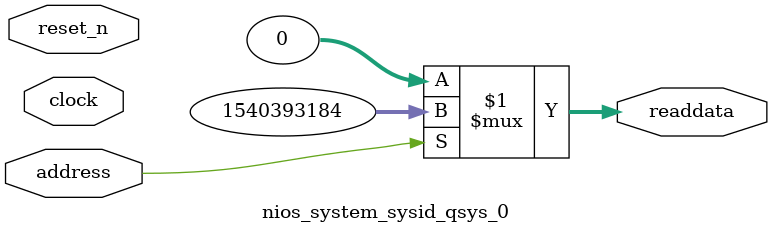
<source format=v>



// synthesis translate_off
`timescale 1ns / 1ps
// synthesis translate_on

// turn off superfluous verilog processor warnings 
// altera message_level Level1 
// altera message_off 10034 10035 10036 10037 10230 10240 10030 

module nios_system_sysid_qsys_0 (
               // inputs:
                address,
                clock,
                reset_n,

               // outputs:
                readdata
             )
;

  output  [ 31: 0] readdata;
  input            address;
  input            clock;
  input            reset_n;

  wire    [ 31: 0] readdata;
  //control_slave, which is an e_avalon_slave
  assign readdata = address ? 1540393184 : 0;

endmodule



</source>
